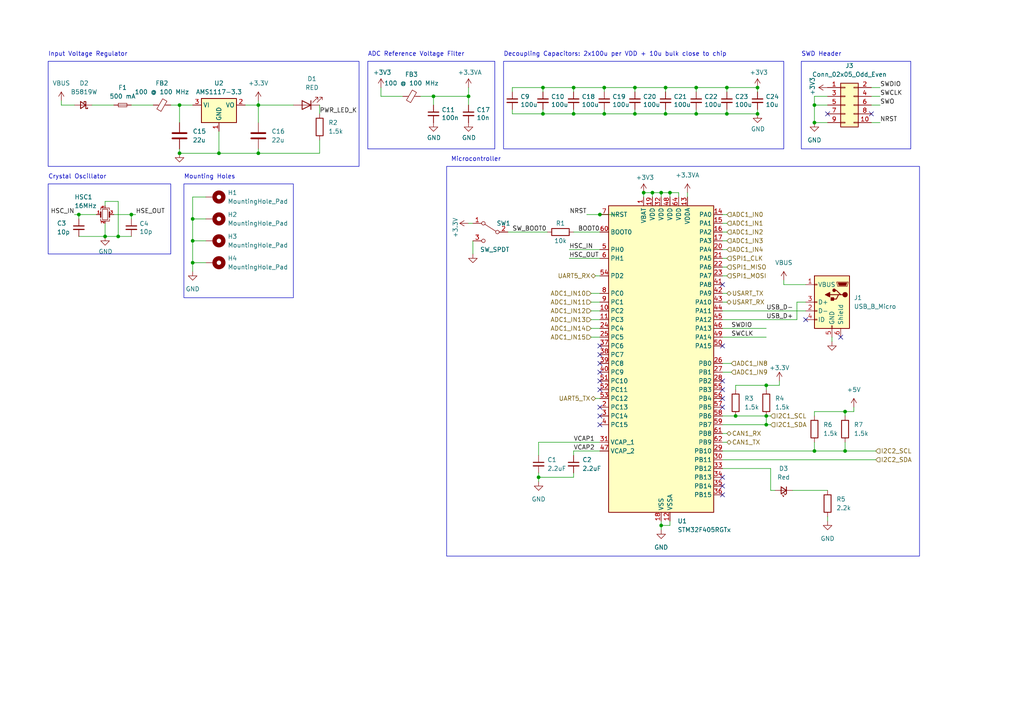
<source format=kicad_sch>
(kicad_sch (version 20230121) (generator eeschema)
  (paper "A4")
  (lib_symbols
    (symbol "Connector:USB_B_Micro" (pin_names (offset 1.016))
      (property "Reference" "J" (at -5.08 11.43 0))
      (property "Value" "USB_B_Micro" (at -5.08 8.89 0))
      (symbol "USB_B_Micro_0_1"
        (rectangle (start -5.08 -7.62) (end 5.08 7.62) (stroke (width 0.254)) (fill (type background)))
        (circle (center -3.81 2.159) (radius 0.635) (stroke (width 0.254)) (fill (type outline)))
        (circle (center -0.635 3.429) (radius 0.381) (stroke (width 0.254)) (fill (type outline)))
        (rectangle (start -0.127 -7.62) (end 0.127 -6.858))
        (polyline (pts (xy -1.905 2.159) (xy 0.635 2.159)) (stroke (width 0.254)))
        (polyline (pts (xy -3.175 2.159) (xy -2.54 2.159) (xy -1.27 3.429) (xy -0.635 3.429)) (stroke (width 0.254)))
        (polyline (pts (xy -2.54 2.159) (xy -1.905 2.159) (xy -1.27 0.889) (xy 0 0.889)) (stroke (width 0.254)))
        (polyline (pts (xy 0.635 2.794) (xy 0.635 1.524) (xy 1.905 2.159) (xy 0.635 2.794)) (stroke (width 0.254)) (fill (type outline)))
        (polyline (pts (xy -4.318 5.588) (xy -1.778 5.588) (xy -2.032 4.826) (xy -4.064 4.826) (xy -4.318 5.588)) (fill (type outline)))
        (polyline (pts (xy -4.699 5.842) (xy -4.699 5.588) (xy -4.445 4.826) (xy -4.445 4.572) (xy -1.651 4.572) (xy -1.651 4.826) (xy -1.397 5.588) (xy -1.397 5.842) (xy -4.699 5.842)))
        (rectangle (start 0.254 1.27) (end -0.508 0.508) (stroke (width 0.254)) (fill (type outline)))
        (rectangle (start 5.08 -5.207) (end 4.318 -4.953))
        (rectangle (start 5.08 -2.667) (end 4.318 -2.413))
        (rectangle (start 5.08 -0.127) (end 4.318 0.127))
        (rectangle (start 5.08 4.953) (end 4.318 5.207))
      )
      (symbol "USB_B_Micro_1_1"
        (pin power_out line (at 7.62 5.08 180) (length 2.54) (name "VBUS") (number "1"))
        (pin bidirectional line (at 7.62 -2.54 180) (length 2.54) (name "D-") (number "2"))
        (pin bidirectional line (at 7.62 0 180) (length 2.54) (name "D+") (number "3"))
        (pin passive line (at 7.62 -5.08 180) (length 2.54) (name "ID") (number "4"))
        (pin power_out line (at 0 -10.16 90) (length 2.54) (name "GND") (number "5"))
        (pin passive line (at -2.54 -10.16 90) (length 2.54) (name "Shield") (number "6"))
      )
    )
    (symbol "Connector_Generic:Conn_02x05_Odd_Even" (pin_names (offset 1.016) hide)
      (property "Reference" "J" (at 1.27 7.62 0))
      (property "Value" "Conn_02x05_Odd_Even" (at 1.27 -7.62 0))
      (symbol "Conn_02x05_Odd_Even_1_1"
        (rectangle (start -1.27 -4.953) (end 0 -5.207) (stroke (width 0.1524)))
        (rectangle (start -1.27 -2.413) (end 0 -2.667) (stroke (width 0.1524)))
        (rectangle (start -1.27 0.127) (end 0 -0.127) (stroke (width 0.1524)))
        (rectangle (start -1.27 2.667) (end 0 2.413) (stroke (width 0.1524)))
        (rectangle (start -1.27 5.207) (end 0 4.953) (stroke (width 0.1524)))
        (rectangle (start -1.27 6.35) (end 3.81 -6.35) (stroke (width 0.254)) (fill (type background)))
        (rectangle (start 3.81 -4.953) (end 2.54 -5.207) (stroke (width 0.1524)))
        (rectangle (start 3.81 -2.413) (end 2.54 -2.667) (stroke (width 0.1524)))
        (rectangle (start 3.81 0.127) (end 2.54 -0.127) (stroke (width 0.1524)))
        (rectangle (start 3.81 2.667) (end 2.54 2.413) (stroke (width 0.1524)))
        (rectangle (start 3.81 5.207) (end 2.54 4.953) (stroke (width 0.1524)))
        (pin passive line (at -5.08 5.08 0) (length 3.81) (name "Pin_1") (number "1"))
        (pin passive line (at 7.62 -5.08 180) (length 3.81) (name "Pin_10") (number "10"))
        (pin passive line (at 7.62 5.08 180) (length 3.81) (name "Pin_2") (number "2"))
        (pin passive line (at -5.08 2.54 0) (length 3.81) (name "Pin_3") (number "3"))
        (pin passive line (at 7.62 2.54 180) (length 3.81) (name "Pin_4") (number "4"))
        (pin passive line (at -5.08 0 0) (length 3.81) (name "Pin_5") (number "5"))
        (pin passive line (at 7.62 0 180) (length 3.81) (name "Pin_6") (number "6"))
        (pin passive line (at -5.08 -2.54 0) (length 3.81) (name "Pin_7") (number "7"))
        (pin passive line (at 7.62 -2.54 180) (length 3.81) (name "Pin_8") (number "8"))
        (pin passive line (at -5.08 -5.08 0) (length 3.81) (name "Pin_9") (number "9"))
      )
    )
    (symbol "Device:C" (pin_numbers hide) (pin_names (offset 0.254))
      (property "Reference" "C" (at 0.635 2.54 0))
      (property "Value" "C" (at 0.635 -2.54 0))
      (symbol "C_0_1"
        (polyline (pts (xy -2.032 -0.762) (xy 2.032 -0.762)) (stroke (width 0.508)))
        (polyline (pts (xy -2.032 0.762) (xy 2.032 0.762)) (stroke (width 0.508)))
      )
      (symbol "C_1_1"
        (pin passive line (at 0 3.81 270) (length 2.794) (name "~") (number "1"))
        (pin passive line (at 0 -3.81 90) (length 2.794) (name "~") (number "2"))
      )
    )
    (symbol "Device:C_Small" (pin_numbers hide) (pin_names (offset 0.254) hide)
      (property "Reference" "C" (at 0.254 1.778 0))
      (property "Value" "C_Small" (at 0.254 -2.032 0))
      (symbol "C_Small_0_1"
        (polyline (pts (xy -1.524 -0.508) (xy 1.524 -0.508)) (stroke (width 0.3302)))
        (polyline (pts (xy -1.524 0.508) (xy 1.524 0.508)) (stroke (width 0.3048)))
      )
      (symbol "C_Small_1_1"
        (pin passive line (at 0 2.54 270) (length 2.032) (name "~") (number "1"))
        (pin passive line (at 0 -2.54 90) (length 2.032) (name "~") (number "2"))
      )
    )
    (symbol "Device:Crystal_GND24_Small" (pin_names (offset 1.016) hide)
      (property "Reference" "Y" (at 1.27 4.445 0))
      (property "Value" "Crystal_GND24_Small" (at 1.27 2.54 0))
      (symbol "Crystal_GND24_Small_0_1"
        (rectangle (start -0.762 -1.524) (end 0.762 1.524))
        (polyline (pts (xy -1.27 -0.762) (xy -1.27 0.762)) (stroke (width 0.381)))
        (polyline (pts (xy 1.27 -0.762) (xy 1.27 0.762)) (stroke (width 0.381)))
        (polyline (pts (xy -1.27 -1.27) (xy -1.27 -1.905) (xy 1.27 -1.905) (xy 1.27 -1.27)))
        (polyline (pts (xy -1.27 1.27) (xy -1.27 1.905) (xy 1.27 1.905) (xy 1.27 1.27)))
      )
      (symbol "Crystal_GND24_Small_1_1"
        (pin passive line (at -2.54 0 0) (length 1.27) (name "1") (number "1"))
        (pin passive line (at 0 -2.54 90) (length 0.635) (name "2") (number "2"))
        (pin passive line (at 2.54 0 180) (length 1.27) (name "3") (number "3"))
        (pin passive line (at 0 2.54 270) (length 0.635) (name "4") (number "4"))
      )
    )
    (symbol "Device:D_Schottky_Small" (pin_numbers hide) (pin_names (offset 0.254) hide)
      (property "Reference" "D" (at -1.27 2.032 0))
      (property "Value" "D_Schottky_Small" (at -7.112 -2.032 0))
      (symbol "D_Schottky_Small_0_1"
        (polyline (pts (xy -0.762 0) (xy 0.762 0)))
        (polyline (pts (xy 0.762 -1.016) (xy -0.762 0) (xy 0.762 1.016) (xy 0.762 -1.016)) (stroke (width 0.254)))
        (polyline (pts (xy -1.27 0.762) (xy -1.27 1.016) (xy -0.762 1.016) (xy -0.762 -1.016) (xy -0.254 -1.016) (xy -0.254 -0.762)) (stroke (width 0.254)))
      )
      (symbol "D_Schottky_Small_1_1"
        (pin passive line (at -2.54 0 0) (length 1.778) (name "K") (number "1"))
        (pin passive line (at 2.54 0 180) (length 1.778) (name "A") (number "2"))
      )
    )
    (symbol "Device:FerriteBead_Small" (pin_numbers hide) (pin_names (offset 0))
      (property "Reference" "FB" (at 1.905 1.27 0))
      (property "Value" "FerriteBead_Small" (at 1.905 -1.27 0))
      (symbol "FerriteBead_Small_0_1"
        (polyline (pts (xy 0 -1.27) (xy 0 -0.7874)))
        (polyline (pts (xy 0 0.889) (xy 0 1.2954)))
        (polyline (pts (xy -1.8288 0.2794) (xy -1.1176 1.4986) (xy 1.8288 -0.2032) (xy 1.1176 -1.4224) (xy -1.8288 0.2794)))
      )
      (symbol "FerriteBead_Small_1_1"
        (pin passive line (at 0 2.54 270) (length 1.27) (name "~") (number "1"))
        (pin passive line (at 0 -2.54 90) (length 1.27) (name "~") (number "2"))
      )
    )
    (symbol "Device:Fuse_Small" (pin_numbers hide) (pin_names (offset 0.254) hide)
      (property "Reference" "F" (at 0 -1.524 0))
      (property "Value" "Fuse_Small" (at 0 1.524 0))
      (symbol "Fuse_Small_0_1"
        (rectangle (start -1.27 0.508) (end 1.27 -0.508))
        (polyline (pts (xy -1.27 0) (xy 1.27 0)))
      )
      (symbol "Fuse_Small_1_1"
        (pin passive line (at -2.54 0 0) (length 1.27) (name "~") (number "1"))
        (pin passive line (at 2.54 0 180) (length 1.27) (name "~") (number "2"))
      )
    )
    (symbol "Device:LED" (pin_numbers hide) (pin_names (offset 1.016) hide)
      (property "Reference" "D" (at 0 2.54 0))
      (property "Value" "LED" (at 0 -2.54 0))
      (symbol "LED_0_1"
        (polyline (pts (xy -1.27 -1.27) (xy -1.27 1.27)) (stroke (width 0.254)))
        (polyline (pts (xy -1.27 0) (xy 1.27 0)))
        (polyline (pts (xy 1.27 -1.27) (xy 1.27 1.27) (xy -1.27 0) (xy 1.27 -1.27)) (stroke (width 0.254)))
        (polyline (pts (xy -3.048 -0.762) (xy -4.572 -2.286) (xy -3.81 -2.286) (xy -4.572 -2.286) (xy -4.572 -1.524)))
        (polyline (pts (xy -1.778 -0.762) (xy -3.302 -2.286) (xy -2.54 -2.286) (xy -3.302 -2.286) (xy -3.302 -1.524)))
      )
      (symbol "LED_1_1"
        (pin passive line (at -3.81 0 0) (length 2.54) (name "K") (number "1"))
        (pin passive line (at 3.81 0 180) (length 2.54) (name "A") (number "2"))
      )
    )
    (symbol "Device:LED_Small" (pin_numbers hide) (pin_names (offset 0.254) hide)
      (property "Reference" "D" (at -1.27 3.175 0))
      (property "Value" "LED_Small" (at -4.445 -2.54 0))
      (symbol "LED_Small_0_1"
        (polyline (pts (xy -0.762 -1.016) (xy -0.762 1.016)) (stroke (width 0.254)))
        (polyline (pts (xy 1.016 0) (xy -0.762 0)))
        (polyline (pts (xy 0.762 -1.016) (xy -0.762 0) (xy 0.762 1.016) (xy 0.762 -1.016)) (stroke (width 0.254)))
        (polyline (pts (xy 0 0.762) (xy -0.508 1.27) (xy -0.254 1.27) (xy -0.508 1.27) (xy -0.508 1.016)))
        (polyline (pts (xy 0.508 1.27) (xy 0 1.778) (xy 0.254 1.778) (xy 0 1.778) (xy 0 1.524)))
      )
      (symbol "LED_Small_1_1"
        (pin passive line (at -2.54 0 0) (length 1.778) (name "K") (number "1"))
        (pin passive line (at 2.54 0 180) (length 1.778) (name "A") (number "2"))
      )
    )
    (symbol "Device:R" (pin_numbers hide) (pin_names (offset 0))
      (property "Reference" "R" (at 2.032 0 90))
      (property "Value" "R" (at 0 0 90))
      (symbol "R_0_1"
        (rectangle (start -1.016 -2.54) (end 1.016 2.54) (stroke (width 0.254)))
      )
      (symbol "R_1_1"
        (pin passive line (at 0 3.81 270) (length 1.27) (name "~") (number "1"))
        (pin passive line (at 0 -3.81 90) (length 1.27) (name "~") (number "2"))
      )
    )
    (symbol "MCU_ST_STM32F4:STM32F405RGTx"
      (property "Reference" "U" (at -15.24 46.99 0))
      (property "Value" "STM32F405RGTx" (at 10.16 46.99 0))
      (symbol "STM32F405RGTx_0_1"
        (rectangle (start -15.24 -43.18) (end 15.24 45.72) (stroke (width 0.254)) (fill (type background)))
      )
      (symbol "STM32F405RGTx_1_1"
        (pin power_in line (at -5.08 48.26 270) (length 2.54) (name "VBAT") (number "1"))
        (pin bidirectional line (at -17.78 15.24 0) (length 2.54) (name "PC2") (number "10"))
        (pin bidirectional line (at -17.78 12.7 0) (length 2.54) (name "PC3") (number "11"))
        (pin power_in line (at 2.54 -45.72 90) (length 2.54) (name "VSSA") (number "12"))
        (pin power_in line (at 7.62 48.26 270) (length 2.54) (name "VDDA") (number "13"))
        (pin bidirectional line (at 17.78 43.18 180) (length 2.54) (name "PA0") (number "14"))
        (pin bidirectional line (at 17.78 40.64 180) (length 2.54) (name "PA1") (number "15"))
        (pin bidirectional line (at 17.78 38.1 180) (length 2.54) (name "PA2") (number "16"))
        (pin bidirectional line (at 17.78 35.56 180) (length 2.54) (name "PA3") (number "17"))
        (pin power_in line (at 0 -45.72 90) (length 2.54) (name "VSS") (number "18"))
        (pin power_in line (at -2.54 48.26 270) (length 2.54) (name "VDD") (number "19"))
        (pin bidirectional line (at -17.78 -12.7 0) (length 2.54) (name "PC13") (number "2"))
        (pin bidirectional line (at 17.78 33.02 180) (length 2.54) (name "PA4") (number "20"))
        (pin bidirectional line (at 17.78 30.48 180) (length 2.54) (name "PA5") (number "21"))
        (pin bidirectional line (at 17.78 27.94 180) (length 2.54) (name "PA6") (number "22"))
        (pin bidirectional line (at 17.78 25.4 180) (length 2.54) (name "PA7") (number "23"))
        (pin bidirectional line (at -17.78 10.16 0) (length 2.54) (name "PC4") (number "24"))
        (pin bidirectional line (at -17.78 7.62 0) (length 2.54) (name "PC5") (number "25"))
        (pin bidirectional line (at 17.78 0 180) (length 2.54) (name "PB0") (number "26"))
        (pin bidirectional line (at 17.78 -2.54 180) (length 2.54) (name "PB1") (number "27"))
        (pin bidirectional line (at 17.78 -5.08 180) (length 2.54) (name "PB2") (number "28"))
        (pin bidirectional line (at 17.78 -25.4 180) (length 2.54) (name "PB10") (number "29"))
        (pin bidirectional line (at -17.78 -15.24 0) (length 2.54) (name "PC14") (number "3"))
        (pin bidirectional line (at 17.78 -27.94 180) (length 2.54) (name "PB11") (number "30"))
        (pin power_out line (at -17.78 -22.86 0) (length 2.54) (name "VCAP_1") (number "31"))
        (pin power_in line (at 0 48.26 270) (length 2.54) (name "VDD") (number "32"))
        (pin bidirectional line (at 17.78 -30.48 180) (length 2.54) (name "PB12") (number "33"))
        (pin bidirectional line (at 17.78 -33.02 180) (length 2.54) (name "PB13") (number "34"))
        (pin bidirectional line (at 17.78 -35.56 180) (length 2.54) (name "PB14") (number "35"))
        (pin bidirectional line (at 17.78 -38.1 180) (length 2.54) (name "PB15") (number "36"))
        (pin bidirectional line (at -17.78 5.08 0) (length 2.54) (name "PC6") (number "37"))
        (pin bidirectional line (at -17.78 2.54 0) (length 2.54) (name "PC7") (number "38"))
        (pin bidirectional line (at -17.78 0 0) (length 2.54) (name "PC8") (number "39"))
        (pin bidirectional line (at -17.78 -17.78 0) (length 2.54) (name "PC15") (number "4"))
        (pin bidirectional line (at -17.78 -2.54 0) (length 2.54) (name "PC9") (number "40"))
        (pin bidirectional line (at 17.78 22.86 180) (length 2.54) (name "PA8") (number "41"))
        (pin bidirectional line (at 17.78 20.32 180) (length 2.54) (name "PA9") (number "42"))
        (pin bidirectional line (at 17.78 17.78 180) (length 2.54) (name "PA10") (number "43"))
        (pin bidirectional line (at 17.78 15.24 180) (length 2.54) (name "PA11") (number "44"))
        (pin bidirectional line (at 17.78 12.7 180) (length 2.54) (name "PA12") (number "45"))
        (pin bidirectional line (at 17.78 10.16 180) (length 2.54) (name "PA13") (number "46"))
        (pin power_out line (at -17.78 -25.4 0) (length 2.54) (name "VCAP_2") (number "47"))
        (pin power_in line (at 2.54 48.26 270) (length 2.54) (name "VDD") (number "48"))
        (pin bidirectional line (at 17.78 7.62 180) (length 2.54) (name "PA14") (number "49"))
        (pin bidirectional line (at -17.78 33.02 0) (length 2.54) (name "PH0") (number "5"))
        (pin bidirectional line (at 17.78 5.08 180) (length 2.54) (name "PA15") (number "50"))
        (pin bidirectional line (at -17.78 -5.08 0) (length 2.54) (name "PC10") (number "51"))
        (pin bidirectional line (at -17.78 -7.62 0) (length 2.54) (name "PC11") (number "52"))
        (pin bidirectional line (at -17.78 -10.16 0) (length 2.54) (name "PC12") (number "53"))
        (pin bidirectional line (at -17.78 25.4 0) (length 2.54) (name "PD2") (number "54"))
        (pin bidirectional line (at 17.78 -7.62 180) (length 2.54) (name "PB3") (number "55"))
        (pin bidirectional line (at 17.78 -10.16 180) (length 2.54) (name "PB4") (number "56"))
        (pin bidirectional line (at 17.78 -12.7 180) (length 2.54) (name "PB5") (number "57"))
        (pin bidirectional line (at 17.78 -15.24 180) (length 2.54) (name "PB6") (number "58"))
        (pin bidirectional line (at 17.78 -17.78 180) (length 2.54) (name "PB7") (number "59"))
        (pin bidirectional line (at -17.78 30.48 0) (length 2.54) (name "PH1") (number "6"))
        (pin input line (at -17.78 38.1 0) (length 2.54) (name "BOOT0") (number "60"))
        (pin bidirectional line (at 17.78 -20.32 180) (length 2.54) (name "PB8") (number "61"))
        (pin bidirectional line (at 17.78 -22.86 180) (length 2.54) (name "PB9") (number "62"))
        (pin passive line (at 0 -45.72 90) (length 2.54) hide (name "VSS") (number "63"))
        (pin power_in line (at 5.08 48.26 270) (length 2.54) (name "VDD") (number "64"))
        (pin input line (at -17.78 43.18 0) (length 2.54) (name "NRST") (number "7"))
        (pin bidirectional line (at -17.78 20.32 0) (length 2.54) (name "PC0") (number "8"))
        (pin bidirectional line (at -17.78 17.78 0) (length 2.54) (name "PC1") (number "9"))
      )
    )
    (symbol "Mechanical:MountingHole_Pad" (pin_numbers hide) (pin_names (offset 1.016) hide)
      (property "Reference" "H" (at 0 6.35 0))
      (property "Value" "MountingHole_Pad" (at 0 4.445 0))
      (symbol "MountingHole_Pad_0_1"
        (circle (center 0 1.27) (radius 1.27) (stroke (width 1.27)))
      )
      (symbol "MountingHole_Pad_1_1"
        (pin input line (at 0 -2.54 90) (length 2.54) (name "1") (number "1"))
      )
    )
    (symbol "Regulator_Linear:AMS1117-3.3"
      (property "Reference" "U" (at -3.81 3.175 0))
      (property "Value" "AMS1117-3.3" (at 0 3.175 0))
      (symbol "AMS1117-3.3_0_1"
        (rectangle (start -5.08 -5.08) (end 5.08 1.905) (stroke (width 0.254)) (fill (type background)))
      )
      (symbol "AMS1117-3.3_1_1"
        (pin power_in line (at 0 -7.62 90) (length 2.54) (name "GND") (number "1"))
        (pin power_out line (at 7.62 0 180) (length 2.54) (name "VO") (number "2"))
        (pin power_in line (at -7.62 0 0) (length 2.54) (name "VI") (number "3"))
      )
    )
    (symbol "Switch:SW_SPDT" (pin_names (offset 0) hide)
      (property "Reference" "SW" (at 0 4.318 0))
      (property "Value" "SW_SPDT" (at 0 -5.08 0))
      (symbol "SW_SPDT_0_0"
        (circle (center -2.032 0) (radius 0.508))
        (circle (center 2.032 -2.54) (radius 0.508))
      )
      (symbol "SW_SPDT_0_1"
        (polyline (pts (xy -1.524 0.254) (xy 1.651 2.286)))
        (circle (center 2.032 2.54) (radius 0.508))
      )
      (symbol "SW_SPDT_1_1"
        (pin passive line (at 5.08 2.54 180) (length 2.54) (name "A") (number "1"))
        (pin passive line (at -5.08 0 0) (length 2.54) (name "B") (number "2"))
        (pin passive line (at 5.08 -2.54 180) (length 2.54) (name "C") (number "3"))
      )
    )
    (symbol "power:+3.3V" (power) (pin_names (offset 0))
      (property "Value" "+3.3V" (at 0 3.556 0))
      (symbol "+3.3V_0_1"
        (polyline (pts (xy -0.762 1.27) (xy 0 2.54)))
        (polyline (pts (xy 0 0) (xy 0 2.54)))
        (polyline (pts (xy 0 2.54) (xy 0.762 1.27)))
      )
      (symbol "+3.3V_1_1"
        (pin power_in line (at 0 0 90) (length 0) hide (name "+3.3V") (number "1"))
      )
    )
    (symbol "power:+3.3VA" (power) (pin_names (offset 0))
      (property "Value" "+3.3VA" (at 0 3.556 0))
      (symbol "+3.3VA_0_1"
        (polyline (pts (xy -0.762 1.27) (xy 0 2.54)))
        (polyline (pts (xy 0 0) (xy 0 2.54)))
        (polyline (pts (xy 0 2.54) (xy 0.762 1.27)))
      )
      (symbol "+3.3VA_1_1"
        (pin power_in line (at 0 0 90) (length 0) hide (name "+3.3VA") (number "1"))
      )
    )
    (symbol "power:+3V3" (power) (pin_names (offset 0))
      (property "Value" "+3V3" (at 0 3.556 0))
      (symbol "+3V3_0_1"
        (polyline (pts (xy -0.762 1.27) (xy 0 2.54)))
        (polyline (pts (xy 0 0) (xy 0 2.54)))
        (polyline (pts (xy 0 2.54) (xy 0.762 1.27)))
      )
      (symbol "+3V3_1_1"
        (pin power_in line (at 0 0 90) (length 0) hide (name "+3V3") (number "1"))
      )
    )
    (symbol "power:+5V" (power) (pin_names (offset 0))
      (property "Value" "+5V" (at 0 3.556 0))
      (symbol "+5V_0_1"
        (polyline (pts (xy -0.762 1.27) (xy 0 2.54)))
        (polyline (pts (xy 0 0) (xy 0 2.54)))
        (polyline (pts (xy 0 2.54) (xy 0.762 1.27)))
      )
      (symbol "+5V_1_1"
        (pin power_in line (at 0 0 90) (length 0) hide (name "+5V") (number "1"))
      )
    )
    (symbol "power:GND" (power) (pin_names (offset 0))
      (property "Value" "GND" (at 0 -3.81 0))
      (symbol "GND_0_1"
        (polyline (pts (xy 0 0) (xy 0 -1.27) (xy 1.27 -1.27) (xy 0 -2.54) (xy -1.27 -1.27) (xy 0 -1.27)))
      )
      (symbol "GND_1_1"
        (pin power_in line (at 0 0 270) (length 0) hide (name "GND") (number "1"))
      )
    )
    (symbol "power:VBUS" (power) (pin_names (offset 0))
      (property "Value" "VBUS" (at 0 3.81 0))
      (symbol "VBUS_0_1"
        (polyline (pts (xy -0.762 1.27) (xy 0 2.54)))
        (polyline (pts (xy 0 0) (xy 0 2.54)))
        (polyline (pts (xy 0 2.54) (xy 0.762 1.27)))
      )
      (symbol "VBUS_1_1"
        (pin power_in line (at 0 0 90) (length 0) hide (name "VBUS") (number "1"))
      )
    )
  )
  (junction (at 191.77 152.4))
  (junction (at 193.04 33.02))
  (junction (at 222.25 123.19))
  (junction (at 194.31 55.88))
  (junction (at 52.07 44.45))
  (junction (at 74.93 44.45))
  (junction (at 201.93 33.02))
  (junction (at 219.71 33.02))
  (junction (at 166.37 25.4))
  (junction (at 186.69 55.88))
  (junction (at 157.48 33.02))
  (junction (at 222.25 120.65))
  (junction (at 55.88 76.2))
  (junction (at 30.48 68.58))
  (junction (at 213.36 120.65))
  (junction (at 236.22 30.48))
  (junction (at 184.15 33.02))
  (junction (at 236.22 130.81))
  (junction (at 173.99 62.23))
  (junction (at 222.25 111.76))
  (junction (at 22.86 62.23))
  (junction (at 166.37 33.02))
  (junction (at 34.29 68.58))
  (junction (at 55.88 69.85))
  (junction (at 63.5 44.45))
  (junction (at 245.11 119.38))
  (junction (at 55.88 63.5))
  (junction (at 210.82 25.4))
  (junction (at 38.1 62.23))
  (junction (at 125.73 27.94))
  (junction (at 175.26 25.4))
  (junction (at 135.89 27.94))
  (junction (at 201.93 25.4))
  (junction (at 156.21 138.43))
  (junction (at 184.15 25.4))
  (junction (at 219.71 25.4))
  (junction (at 245.11 130.81))
  (junction (at 210.82 33.02))
  (junction (at 74.93 30.48))
  (junction (at 191.77 55.88))
  (junction (at 189.23 55.88))
  (junction (at 236.22 35.56))
  (junction (at 193.04 25.4))
  (junction (at 175.26 33.02))
  (junction (at 157.48 25.4))
  (junction (at 52.07 30.48))
  (no_connect (at 233.68 92.71))
  (no_connect (at 209.55 115.57))
  (no_connect (at 173.99 123.19))
  (no_connect (at 240.03 33.02))
  (no_connect (at 243.84 97.79))
  (no_connect (at 209.55 82.55))
  (no_connect (at 209.55 100.33))
  (no_connect (at 209.55 110.49))
  (no_connect (at 173.99 102.87))
  (no_connect (at 173.99 120.65))
  (no_connect (at 173.99 113.03))
  (no_connect (at 209.55 143.51))
  (no_connect (at 252.73 33.02))
  (no_connect (at 173.99 100.33))
  (no_connect (at 209.55 113.03))
  (no_connect (at 173.99 110.49))
  (no_connect (at 173.99 107.95))
  (no_connect (at 209.55 140.97))
  (no_connect (at 173.99 105.41))
  (no_connect (at 173.99 118.11))
  (no_connect (at 209.55 118.11))
  (no_connect (at 209.55 138.43))
  (wire (pts (xy 172.72 80.01) (xy 173.99 80.01)))
  (wire (pts (xy 252.73 30.48) (xy 255.27 30.48)))
  (wire (pts (xy 55.88 63.5) (xy 59.69 63.5)))
  (wire (pts (xy 199.39 55.88) (xy 199.39 57.15)))
  (wire (pts (xy 34.29 58.42) (xy 34.29 68.58)))
  (wire (pts (xy 59.69 57.15) (xy 55.88 57.15)))
  (wire (pts (xy 209.55 69.85) (xy 210.82 69.85)))
  (wire (pts (xy 209.55 62.23) (xy 210.82 62.23)))
  (wire (pts (xy 22.86 68.58) (xy 30.48 68.58)))
  (wire (pts (xy 247.65 118.11) (xy 247.65 119.38)))
  (wire (pts (xy 240.03 30.48) (xy 236.22 30.48)))
  (wire (pts (xy 245.11 120.65) (xy 245.11 119.38)))
  (wire (pts (xy 219.71 33.02) (xy 219.71 31.75)))
  (wire (pts (xy 172.72 115.57) (xy 173.99 115.57)))
  (wire (pts (xy 201.93 31.75) (xy 201.93 33.02)))
  (wire (pts (xy 171.45 92.71) (xy 173.99 92.71)))
  (wire (pts (xy 166.37 33.02) (xy 175.26 33.02)))
  (wire (pts (xy 171.45 85.09) (xy 173.99 85.09)))
  (wire (pts (xy 30.48 64.77) (xy 30.48 68.58)))
  (wire (pts (xy 233.68 87.63) (xy 231.14 87.63)))
  (wire (pts (xy 166.37 31.75) (xy 166.37 33.02)))
  (wire (pts (xy 52.07 43.18) (xy 52.07 44.45)))
  (wire (pts (xy 213.36 120.65) (xy 222.25 120.65)))
  (wire (pts (xy 226.06 110.49) (xy 226.06 111.76)))
  (polyline (pts (xy 106.68 43.18) (xy 143.51 43.18)))
  (wire (pts (xy 245.11 128.27) (xy 245.11 130.81)))
  (wire (pts (xy 38.1 30.48) (xy 44.45 30.48)))
  (wire (pts (xy 55.88 57.15) (xy 55.88 63.5)))
  (wire (pts (xy 233.68 82.55) (xy 227.33 82.55)))
  (wire (pts (xy 212.09 105.41) (xy 209.55 105.41)))
  (wire (pts (xy 209.55 123.19) (xy 222.25 123.19)))
  (wire (pts (xy 110.49 27.94) (xy 116.84 27.94)))
  (wire (pts (xy 209.55 107.95) (xy 212.09 107.95)))
  (wire (pts (xy 196.85 55.88) (xy 194.31 55.88)))
  (wire (pts (xy 240.03 27.94) (xy 236.22 27.94)))
  (wire (pts (xy 30.48 58.42) (xy 34.29 58.42)))
  (wire (pts (xy 213.36 111.76) (xy 222.25 111.76)))
  (wire (pts (xy 52.07 30.48) (xy 52.07 35.56)))
  (wire (pts (xy 171.45 87.63) (xy 173.99 87.63)))
  (wire (pts (xy 209.55 72.39) (xy 210.82 72.39)))
  (wire (pts (xy 223.52 135.89) (xy 209.55 135.89)))
  (wire (pts (xy 92.71 30.48) (xy 92.71 33.02)))
  (wire (pts (xy 210.82 26.67) (xy 210.82 25.4)))
  (wire (pts (xy 34.29 68.58) (xy 38.1 68.58)))
  (wire (pts (xy 171.45 90.17) (xy 173.99 90.17)))
  (wire (pts (xy 184.15 33.02) (xy 193.04 33.02)))
  (wire (pts (xy 210.82 25.4) (xy 201.93 25.4)))
  (wire (pts (xy 184.15 26.67) (xy 184.15 25.4)))
  (wire (pts (xy 156.21 137.16) (xy 156.21 138.43)))
  (wire (pts (xy 166.37 26.67) (xy 166.37 25.4)))
  (wire (pts (xy 179.07 62.23) (xy 173.99 62.23)))
  (wire (pts (xy 193.04 33.02) (xy 201.93 33.02)))
  (wire (pts (xy 201.93 26.67) (xy 201.93 25.4)))
  (wire (pts (xy 201.93 25.4) (xy 193.04 25.4)))
  (wire (pts (xy 110.49 25.4) (xy 110.49 27.94)))
  (wire (pts (xy 137.16 69.85) (xy 137.16 73.66)))
  (wire (pts (xy 33.02 62.23) (xy 38.1 62.23)))
  (wire (pts (xy 193.04 31.75) (xy 193.04 33.02)))
  (wire (pts (xy 252.73 27.94) (xy 255.27 27.94)))
  (wire (pts (xy 252.73 25.4) (xy 255.27 25.4)))
  (wire (pts (xy 55.88 76.2) (xy 59.69 76.2)))
  (wire (pts (xy 209.55 128.27) (xy 210.82 128.27)))
  (wire (pts (xy 245.11 119.38) (xy 247.65 119.38)))
  (wire (pts (xy 252.73 35.56) (xy 255.27 35.56)))
  (wire (pts (xy 166.37 130.81) (xy 166.37 132.08)))
  (wire (pts (xy 229.87 142.24) (xy 240.03 142.24)))
  (wire (pts (xy 55.88 69.85) (xy 59.69 69.85)))
  (wire (pts (xy 55.88 30.48) (xy 52.07 30.48)))
  (wire (pts (xy 17.78 30.48) (xy 21.59 30.48)))
  (wire (pts (xy 171.45 95.25) (xy 173.99 95.25)))
  (wire (pts (xy 55.88 63.5) (xy 55.88 69.85)))
  (wire (pts (xy 209.55 74.93) (xy 210.82 74.93)))
  (wire (pts (xy 156.21 138.43) (xy 156.21 139.7)))
  (wire (pts (xy 222.25 123.19) (xy 223.52 123.19)))
  (wire (pts (xy 223.52 142.24) (xy 224.79 142.24)))
  (wire (pts (xy 175.26 31.75) (xy 175.26 33.02)))
  (wire (pts (xy 171.45 97.79) (xy 173.99 97.79)))
  (wire (pts (xy 175.26 25.4) (xy 166.37 25.4)))
  (wire (pts (xy 210.82 33.02) (xy 219.71 33.02)))
  (wire (pts (xy 34.29 68.58) (xy 30.48 68.58)))
  (wire (pts (xy 222.25 120.65) (xy 223.52 120.65)))
  (wire (pts (xy 125.73 30.48) (xy 125.73 27.94)))
  (wire (pts (xy 209.55 95.25) (xy 222.25 95.25)))
  (wire (pts (xy 191.77 55.88) (xy 191.77 57.15)))
  (wire (pts (xy 210.82 31.75) (xy 210.82 33.02)))
  (wire (pts (xy 223.52 142.24) (xy 223.52 135.89)))
  (wire (pts (xy 157.48 31.75) (xy 157.48 33.02)))
  (wire (pts (xy 148.59 33.02) (xy 157.48 33.02)))
  (wire (pts (xy 236.22 119.38) (xy 245.11 119.38)))
  (wire (pts (xy 191.77 55.88) (xy 189.23 55.88)))
  (wire (pts (xy 236.22 30.48) (xy 236.22 35.56)))
  (wire (pts (xy 222.25 111.76) (xy 226.06 111.76)))
  (wire (pts (xy 194.31 55.88) (xy 194.31 57.15)))
  (wire (pts (xy 209.55 120.65) (xy 213.36 120.65)))
  (wire (pts (xy 196.85 57.15) (xy 196.85 55.88)))
  (wire (pts (xy 209.55 92.71) (xy 231.14 92.71)))
  (wire (pts (xy 191.77 152.4) (xy 191.77 153.67)))
  (wire (pts (xy 165.1 72.39) (xy 173.99 72.39)))
  (wire (pts (xy 63.5 44.45) (xy 74.93 44.45)))
  (wire (pts (xy 209.55 125.73) (xy 210.82 125.73)))
  (wire (pts (xy 74.93 30.48) (xy 85.09 30.48)))
  (wire (pts (xy 165.1 74.93) (xy 173.99 74.93)))
  (wire (pts (xy 157.48 33.02) (xy 166.37 33.02)))
  (wire (pts (xy 147.32 67.31) (xy 158.75 67.31)))
  (wire (pts (xy 135.89 64.77) (xy 137.16 64.77)))
  (wire (pts (xy 245.11 130.81) (xy 254 130.81)))
  (wire (pts (xy 227.33 81.28) (xy 227.33 82.55)))
  (polyline (pts (xy 106.68 17.78) (xy 143.51 17.78)))
  (wire (pts (xy 209.55 90.17) (xy 233.68 90.17)))
  (wire (pts (xy 241.3 97.79) (xy 241.3 99.06)))
  (wire (pts (xy 201.93 33.02) (xy 210.82 33.02)))
  (wire (pts (xy 22.86 63.5) (xy 22.86 62.23)))
  (wire (pts (xy 209.55 80.01) (xy 210.82 80.01)))
  (wire (pts (xy 209.55 97.79) (xy 222.25 97.79)))
  (wire (pts (xy 194.31 151.13) (xy 194.31 152.4)))
  (wire (pts (xy 74.93 35.56) (xy 74.93 30.48)))
  (wire (pts (xy 209.55 130.81) (xy 236.22 130.81)))
  (wire (pts (xy 193.04 26.67) (xy 193.04 25.4)))
  (wire (pts (xy 236.22 128.27) (xy 236.22 130.81)))
  (polyline (pts (xy 143.51 43.18) (xy 143.51 17.78)))
  (wire (pts (xy 209.55 77.47) (xy 210.82 77.47)))
  (wire (pts (xy 92.71 44.45) (xy 74.93 44.45)))
  (wire (pts (xy 26.67 30.48) (xy 33.02 30.48)))
  (wire (pts (xy 49.53 30.48) (xy 52.07 30.48)))
  (wire (pts (xy 156.21 128.27) (xy 173.99 128.27)))
  (wire (pts (xy 186.69 57.15) (xy 186.69 55.88)))
  (wire (pts (xy 222.25 113.03) (xy 222.25 111.76)))
  (wire (pts (xy 184.15 25.4) (xy 175.26 25.4)))
  (wire (pts (xy 189.23 55.88) (xy 189.23 57.15)))
  (wire (pts (xy 219.71 26.67) (xy 219.71 25.4)))
  (wire (pts (xy 236.22 130.81) (xy 245.11 130.81)))
  (wire (pts (xy 194.31 55.88) (xy 191.77 55.88)))
  (wire (pts (xy 157.48 26.67) (xy 157.48 25.4)))
  (wire (pts (xy 240.03 149.86) (xy 240.03 151.13)))
  (wire (pts (xy 135.89 27.94) (xy 125.73 27.94)))
  (wire (pts (xy 166.37 138.43) (xy 156.21 138.43)))
  (wire (pts (xy 209.55 64.77) (xy 210.82 64.77)))
  (wire (pts (xy 193.04 25.4) (xy 184.15 25.4)))
  (wire (pts (xy 231.14 87.63) (xy 231.14 92.71)))
  (wire (pts (xy 92.71 40.64) (xy 92.71 44.45)))
  (wire (pts (xy 125.73 27.94) (xy 121.92 27.94)))
  (wire (pts (xy 186.69 55.88) (xy 189.23 55.88)))
  (wire (pts (xy 236.22 35.56) (xy 240.03 35.56)))
  (wire (pts (xy 175.26 26.67) (xy 175.26 25.4)))
  (wire (pts (xy 74.93 30.48) (xy 71.12 30.48)))
  (polyline (pts (xy 106.68 43.18) (xy 106.68 17.78)))
  (wire (pts (xy 55.88 69.85) (xy 55.88 76.2)))
  (wire (pts (xy 209.55 85.09) (xy 210.82 85.09)))
  (wire (pts (xy 148.59 31.75) (xy 148.59 33.02)))
  (wire (pts (xy 213.36 113.03) (xy 213.36 111.76)))
  (wire (pts (xy 209.55 67.31) (xy 210.82 67.31)))
  (wire (pts (xy 236.22 120.65) (xy 236.22 119.38)))
  (wire (pts (xy 21.59 62.23) (xy 22.86 62.23)))
  (wire (pts (xy 194.31 152.4) (xy 191.77 152.4)))
  (wire (pts (xy 191.77 151.13) (xy 191.77 152.4)))
  (wire (pts (xy 175.26 33.02) (xy 184.15 33.02)))
  (wire (pts (xy 209.55 87.63) (xy 210.82 87.63)))
  (wire (pts (xy 209.55 133.35) (xy 254 133.35)))
  (wire (pts (xy 17.78 29.21) (xy 17.78 30.48)))
  (wire (pts (xy 55.88 78.74) (xy 55.88 76.2)))
  (wire (pts (xy 52.07 44.45) (xy 63.5 44.45)))
  (wire (pts (xy 148.59 25.4) (xy 148.59 26.67)))
  (wire (pts (xy 166.37 67.31) (xy 173.99 67.31)))
  (wire (pts (xy 222.25 120.65) (xy 222.25 123.19)))
  (wire (pts (xy 236.22 27.94) (xy 236.22 30.48)))
  (wire (pts (xy 135.89 30.48) (xy 135.89 27.94)))
  (wire (pts (xy 135.89 25.4) (xy 135.89 27.94)))
  (wire (pts (xy 157.48 25.4) (xy 148.59 25.4)))
  (wire (pts (xy 39.37 62.23) (xy 38.1 62.23)))
  (wire (pts (xy 38.1 63.5) (xy 38.1 62.23)))
  (wire (pts (xy 166.37 25.4) (xy 157.48 25.4)))
  (wire (pts (xy 30.48 59.69) (xy 30.48 58.42)))
  (wire (pts (xy 170.18 62.23) (xy 173.99 62.23)))
  (wire (pts (xy 74.93 29.21) (xy 74.93 30.48)))
  (wire (pts (xy 166.37 137.16) (xy 166.37 138.43)))
  (wire (pts (xy 63.5 44.45) (xy 63.5 38.1)))
  (wire (pts (xy 184.15 31.75) (xy 184.15 33.02)))
  (wire (pts (xy 166.37 130.81) (xy 173.99 130.81)))
  (wire (pts (xy 219.71 25.4) (xy 210.82 25.4)))
  (wire (pts (xy 156.21 128.27) (xy 156.21 132.08)))
  (wire (pts (xy 22.86 62.23) (xy 27.94 62.23)))
  (wire (pts (xy 74.93 44.45) (xy 74.93 43.18)))
  (rectangle (start 13.97 53.34) (end 49.53 73.66))
  (rectangle (start 13.97 17.78) (end 104.14 48.26))
  (rectangle (start 232.41 17.78) (end 264.16 43.18))
  (rectangle (start 129.54 48.26) (end 266.7 161.29))
  (rectangle (start 146.05 17.78) (end 227.33 43.18))
  (rectangle (start 53.34 53.34) (end 85.09 86.36))
  (text "SWD Header" (at 232.41 16.51 0) (effects (font (size 1.27 1.27)) (justify left bottom)))
  (text "Mounting Holes\n" (at 53.34 52.07 0) (effects (font (size 1.27 1.27)) (justify left bottom)))
  (text "Decoupling Capacitors: 2x100u per VDD + 10u bulk close to chip" (at 146.05 16.51 0) (effects (font (size 1.27 1.27)) (justify left bottom)))
  (text "Microcontroller\n" (at 130.81 46.99 0) (effects (font (size 1.27 1.27)) (justify left bottom)))
  (text "Crystal Oscillator" (at 13.97 52.07 0) (effects (font (size 1.27 1.27)) (justify left bottom)))
  (text "Input Voltage Regulator" (at 13.97 16.51 0) (effects (font (size 1.27 1.27)) (justify left bottom)))
  (text "ADC Reference Voltage Filter\n" (at 106.68 16.51 0) (effects (font (size 1.27 1.27)) (justify left bottom)))
  (label "NRST" (at 255.27 35.56 0))
  (label "SWDIO" (at 212.09 95.25 0))
  (label "SWCLK" (at 212.09 97.79 0))
  (label "HSC_IN" (at 21.59 62.23 180))
  (label "HSC_OUT" (at 165.1 74.93 0))
  (label "PWR_LED_K" (at 92.71 33.02 0))
  (label "HSC_IN" (at 165.1 72.39 0))
  (label "HSE_OUT" (at 39.37 62.23 0))
  (label "SWDIO" (at 255.27 25.4 0))
  (label "SWCLK" (at 255.27 27.94 0))
  (label "NRST" (at 170.18 62.23 180))
  (label "VCAP2" (at 166.37 130.81 0))
  (label "VCAP1" (at 166.37 128.27 0))
  (label "SW_BOOT0" (at 148.59 67.31 0))
  (label "SWO" (at 255.27 30.48 0))
  (label "USB_D-" (at 222.25 90.17 0))
  (label "USB_D+" (at 222.25 92.71 0))
  (label "BOOT0" (at 167.64 67.31 0))
  (hierarchical_label "ADC1_IN11" (shape input) (at 171.45 87.63 180))
  (hierarchical_label "SPI1_CLK" (shape input) (at 210.82 74.93 0))
  (hierarchical_label "USART_RX" (shape bidirectional) (at 210.82 87.63 0))
  (hierarchical_label "ADC1_IN15" (shape input) (at 171.45 97.79 180))
  (hierarchical_label "SPI1_MISO" (shape input) (at 210.82 77.47 0))
  (hierarchical_label "ADC1_IN0" (shape input) (at 210.82 62.23 0))
  (hierarchical_label "ADC1_IN8" (shape input) (at 212.09 105.41 0))
  (hierarchical_label "UART5_TX" (shape bidirectional) (at 172.72 115.57 180))
  (hierarchical_label "I2C2_SCL" (shape input) (at 254 130.81 0))
  (hierarchical_label "ADC1_IN1" (shape input) (at 210.82 64.77 0))
  (hierarchical_label "I2C1_SDA" (shape input) (at 223.52 123.19 0))
  (hierarchical_label "ADC1_IN12" (shape input) (at 171.45 90.17 180))
  (hierarchical_label "ADC1_IN13" (shape input) (at 171.45 92.71 180))
  (hierarchical_label "CAN1_TX" (shape bidirectional) (at 210.82 128.27 0))
  (hierarchical_label "USART_TX" (shape bidirectional) (at 210.82 85.09 0))
  (hierarchical_label "ADC1_IN9" (shape input) (at 212.09 107.95 0))
  (hierarchical_label "CAN1_RX" (shape bidirectional) (at 210.82 125.73 0))
  (hierarchical_label "ADC1_IN10" (shape input) (at 171.45 85.09 180))
  (hierarchical_label "ADC1_IN4" (shape input) (at 210.82 72.39 0))
  (hierarchical_label "I2C1_SCL" (shape input) (at 223.52 120.65 0))
  (hierarchical_label "UART5_RX" (shape bidirectional) (at 172.72 80.01 180))
  (hierarchical_label "ADC1_IN2" (shape input) (at 210.82 67.31 0))
  (hierarchical_label "ADC1_IN14" (shape input) (at 171.45 95.25 180))
  (hierarchical_label "SPI1_MOSI" (shape input) (at 210.82 80.01 0))
  (hierarchical_label "ADC1_IN3" (shape input) (at 210.82 69.85 0))
  (hierarchical_label "I2C2_SDA" (shape input) (at 254 133.35 0))
  (symbol (lib_id "Device:C_Small") (at 175.26 29.21 0) (unit 1)
    (property "Reference" "C19" (at 177.5968 28.0416 0) (effects (justify left)))
    (property "Value" "100u" (at 177.5968 30.353 0) (effects (justify left)))
    (property "Footprint" "Capacitor_SMD:C_0402_1005Metric" (effects hide))
  )
  (symbol (lib_id "Device:C_Small") (at 38.1 66.04 0) (unit 1)
    (property "Reference" "C4" (at 40.4368 64.8716 0) (effects (justify left)))
    (property "Value" "10p" (at 40.4368 67.183 0) (effects (justify left)))
    (property "Footprint" "Capacitor_SMD:C_0402_1005Metric" (effects hide))
  )
  (symbol (lib_id "power:GND") (at 219.71 33.02 0) (unit 1)
    (property "Reference" "#PWR07" (effects hide))
    (property "Value" "GND" (at 219.837 37.4142 0))
  )
  (symbol (lib_id "Device:LED") (at 88.9 30.48 180) (unit 1)
    (property "Reference" "D1" (at 90.4875 22.86 0))
    (property "Value" "RED" (at 90.4875 25.4 0))
  )
  (symbol (lib_id "power:+5V") (at 247.65 118.11 0) (unit 1)
    (property "Reference" "#PWR015" (effects hide))
    (property "Value" "+5V" (at 247.65 113.03 0))
  )
  (symbol (lib_id "Device:FerriteBead_Small") (at 46.99 30.48 90) (unit 1)
    (property "Reference" "FB2" (at 46.9519 24.13 90))
    (property "Value" "100 @ 100 MHz" (at 46.9519 26.67 90))
  )
  (symbol (lib_id "Device:C") (at 52.07 39.37 0) (unit 1)
    (property "Reference" "C15" (at 55.88 38.1 0) (effects (justify left)))
    (property "Value" "22u" (at 55.88 40.64 0) (effects (justify left)))
  )
  (symbol (lib_id "power:+3.3V") (at 135.89 64.77 90) (unit 1)
    (property "Reference" "#PWR011" (effects hide))
    (property "Value" "+3.3V" (at 132.08 66.04 0))
  )
  (symbol (lib_id "power:+3V3") (at 219.71 25.4 0) (unit 1)
    (property "Reference" "#PWR06" (effects hide))
    (property "Value" "+3V3" (at 220.091 21.0058 0))
  )
  (symbol (lib_id "power:+3V3") (at 240.03 25.4 90) (unit 1)
    (property "Reference" "#PWR04" (effects hide))
    (property "Value" "+3V3" (at 235.6358 25.019 0))
  )
  (symbol (lib_id "power:GND") (at 135.89 35.56 0) (unit 1)
    (property "Reference" "#PWR025" (effects hide))
    (property "Value" "GND" (at 136.017 39.9542 0))
  )
  (symbol (lib_id "Device:FerriteBead_Small") (at 119.38 27.94 90) (unit 1)
    (property "Reference" "FB3" (at 119.3419 21.59 90))
    (property "Value" "100 @ 100 MHz" (at 119.3419 24.13 90))
  )
  (symbol (lib_id "power:+3.3VA") (at 135.89 25.4 0) (unit 1)
    (property "Reference" "#PWR024" (effects hide))
    (property "Value" "+3.3VA" (at 136.271 21.0058 0))
  )
  (symbol (lib_id "power:GND") (at 156.21 139.7 0) (unit 1)
    (property "Reference" "#PWR01" (effects hide))
    (property "Value" "GND" (at 156.21 144.78 0))
  )
  (symbol (lib_id "Device:R") (at 92.71 36.83 0) (unit 1)
    (property "Reference" "R2" (at 95.25 35.56 0) (effects (justify left)))
    (property "Value" "1.5k" (at 95.25 38.1 0) (effects (justify left)))
  )
  (symbol (lib_id "Device:R") (at 222.25 116.84 0) (unit 1)
    (property "Reference" "R4" (at 224.79 115.57 0) (effects (justify left)))
    (property "Value" "1.5k" (at 224.79 118.11 0) (effects (justify left)))
  )
  (symbol (lib_id "Connector:USB_B_Micro") (at 241.3 87.63 0) (mirror y) (unit 1)
    (property "Reference" "J1" (at 247.65 86.36 0) (effects (justify right)))
    (property "Value" "USB_B_Micro" (at 247.65 88.9 0) (effects (justify right)))
  )
  (symbol (lib_id "power:GND") (at 30.48 68.58 0) (unit 1)
    (property "Reference" "#PWR020" (effects hide))
    (property "Value" "GND" (at 30.607 72.9742 0))
  )
  (symbol (lib_id "Device:Fuse_Small") (at 35.56 30.48 0) (unit 1)
    (property "Reference" "F1" (at 35.56 25.4 0))
    (property "Value" "500 mA" (at 35.56 27.94 0))
  )
  (symbol (lib_id "Device:R") (at 236.22 124.46 0) (unit 1)
    (property "Reference" "R6" (at 238.76 123.19 0) (effects (justify left)))
    (property "Value" "1.5k" (at 238.76 125.73 0) (effects (justify left)))
  )
  (symbol (lib_id "Device:C_Small") (at 166.37 134.62 0) (unit 1)
    (property "Reference" "C2" (at 168.91 133.3563 0) (effects (justify left)))
    (property "Value" "2.2uF" (at 168.91 135.8963 0) (effects (justify left)))
  )
  (symbol (lib_id "Mechanical:MountingHole_Pad") (at 62.23 63.5 270) (unit 1)
    (property "Reference" "H2" (at 66.04 62.23 90) (effects (justify left)))
    (property "Value" "MountingHole_Pad" (at 66.04 64.77 90) (effects (justify left)))
  )
  (symbol (lib_id "Device:C_Small") (at 166.37 29.21 0) (unit 1)
    (property "Reference" "C18" (at 168.7068 28.0416 0) (effects (justify left)))
    (property "Value" "100u" (at 168.7068 30.353 0) (effects (justify left)))
    (property "Footprint" "Capacitor_SMD:C_0402_1005Metric" (effects hide))
  )
  (symbol (lib_id "Device:C_Small") (at 157.48 29.21 0) (unit 1)
    (property "Reference" "C10" (at 159.8168 28.0416 0) (effects (justify left)))
    (property "Value" "100u" (at 159.8168 30.353 0) (effects (justify left)))
    (property "Footprint" "Capacitor_SMD:C_0402_1005Metric" (effects hide))
  )
  (symbol (lib_id "Device:C_Small") (at 193.04 29.21 0) (unit 1)
    (property "Reference" "C21" (at 195.3768 28.0416 0) (effects (justify left)))
    (property "Value" "100u" (at 195.3768 30.353 0) (effects (justify left)))
    (property "Footprint" "Capacitor_SMD:C_0402_1005Metric" (effects hide))
  )
  (symbol (lib_id "Device:C_Small") (at 219.71 29.21 0) (unit 1)
    (property "Reference" "C24" (at 222.0468 28.0416 0) (effects (justify left)))
    (property "Value" "10u" (at 222.0468 30.353 0) (effects (justify left)))
    (property "Footprint" "Capacitor_SMD:C_0603_1608Metric" (effects hide))
  )
  (symbol (lib_id "Regulator_Linear:AMS1117-3.3") (at 63.5 30.48 0) (unit 1)
    (property "Reference" "U2" (at 63.5 24.13 0))
    (property "Value" "AMS1117-3.3" (at 63.5 26.67 0))
    (property "Footprint" "Package_TO_SOT_SMD:SOT-223-3_TabPin2" (effects hide))
    (property "Datasheet" "http://www.advanced-monolithic.com/pdf/ds1117.pdf" (effects hide))
  )
  (symbol (lib_id "Device:Crystal_GND24_Small") (at 30.48 62.23 0) (unit 1)
    (property "Reference" "HSC1" (at 21.59 57.15 0) (effects (justify left)))
    (property "Value" "16MHz" (at 21.59 59.69 0) (effects (justify left)))
    (property "Footprint" "Crystal:Crystal_SMD_3225-4Pin_3.2x2.5mm" (effects hide))
    (property "JLCPCB Part" "C160456" (effects hide))
  )
  (symbol (lib_id "Mechanical:MountingHole_Pad") (at 62.23 57.15 270) (unit 1)
    (property "Reference" "H1" (at 66.04 55.88 90) (effects (justify left)))
    (property "Value" "MountingHole_Pad" (at 66.04 58.42 90) (effects (justify left)))
  )
  (symbol (lib_id "power:+3.3V") (at 74.93 29.21 0) (unit 1)
    (property "Reference" "#PWR019" (effects hide))
    (property "Value" "+3.3V" (at 74.93 24.13 0))
  )
  (symbol (lib_id "Device:R") (at 245.11 124.46 0) (unit 1)
    (property "Reference" "R7" (at 247.65 123.19 0) (effects (justify left)))
    (property "Value" "1.5k" (at 247.65 125.73 0) (effects (justify left)))
  )
  (symbol (lib_id "Device:C_Small") (at 201.93 29.21 0) (unit 1)
    (property "Reference" "C22" (at 204.2668 28.0416 0) (effects (justify left)))
    (property "Value" "100u" (at 204.2668 30.353 0) (effects (justify left)))
    (property "Footprint" "Capacitor_SMD:C_0402_1005Metric" (effects hide))
  )
  (symbol (lib_id "Mechanical:MountingHole_Pad") (at 62.23 76.2 270) (unit 1)
    (property "Reference" "H4" (at 66.04 74.93 90) (effects (justify left)))
    (property "Value" "MountingHole_Pad" (at 66.04 77.47 90) (effects (justify left)))
  )
  (symbol (lib_id "Device:C_Small") (at 184.15 29.21 0) (unit 1)
    (property "Reference" "C20" (at 186.4868 28.0416 0) (effects (justify left)))
    (property "Value" "100u" (at 186.4868 30.353 0) (effects (justify left)))
    (property "Footprint" "Capacitor_SMD:C_0402_1005Metric" (effects hide))
  )
  (symbol (lib_id "power:VBUS") (at 227.33 81.28 0) (unit 1)
    (property "Reference" "#PWR014" (effects hide))
    (property "Value" "VBUS" (at 227.33 76.2 0))
  )
  (symbol (lib_id "Device:C_Small") (at 22.86 66.04 0) (unit 1)
    (property "Reference" "C3" (at 16.51 64.77 0) (effects (justify left)))
    (property "Value" "10p" (at 16.51 67.31 0) (effects (justify left)))
    (property "Footprint" "Capacitor_SMD:C_0402_1005Metric" (effects hide))
  )
  (symbol (lib_id "Device:LED_Small") (at 227.33 142.24 180) (unit 1)
    (property "Reference" "D3" (at 227.2665 135.89 0))
    (property "Value" "Red" (at 227.2665 138.43 0))
  )
  (symbol (lib_id "power:+3.3V") (at 226.06 110.49 0) (unit 1)
    (property "Reference" "#PWR021" (effects hide))
    (property "Value" "+3.3V" (at 226.06 106.68 0))
  )
  (symbol (lib_id "power:GND") (at 236.22 35.56 0) (unit 1)
    (property "Reference" "#PWR08" (effects hide))
    (property "Value" "GND" (at 236.22 40.64 0))
  )
  (symbol (lib_id "Device:R") (at 213.36 116.84 0) (unit 1)
    (property "Reference" "R3" (at 215.9 115.57 0) (effects (justify left)))
    (property "Value" "1.5k" (at 215.9 118.11 0) (effects (justify left)))
  )
  (symbol (lib_id "MCU_ST_STM32F4:STM32F405RGTx") (at 191.77 105.41 0) (unit 1)
    (property "Reference" "U1" (at 196.5041 151.13 0) (effects (justify left)))
    (property "Value" "STM32F405RGTx" (at 196.5041 153.67 0) (effects (justify left)))
    (property "Footprint" "Package_QFP:LQFP-64_10x10mm_P0.5mm" (effects hide))
    (property "Datasheet" "https://www.st.com/resource/en/datasheet/stm32f405rg.pdf" (effects hide))
  )
  (symbol (lib_id "power:GND") (at 137.16 73.66 0) (unit 1)
    (property "Reference" "#PWR010" (effects hide))
    (property "Value" "GND" (effects hide))
  )
  (symbol (lib_id "Device:C_Small") (at 135.89 33.02 0) (unit 1)
    (property "Reference" "C17" (at 138.2268 31.8516 0) (effects (justify left)))
    (property "Value" "10n" (at 138.2268 34.163 0) (effects (justify left)))
    (property "Footprint" "Capacitor_SMD:C_0402_1005Metric" (effects hide))
  )
  (symbol (lib_id "Device:C_Small") (at 125.73 33.02 0) (unit 1)
    (property "Reference" "C11" (at 128.0668 31.8516 0) (effects (justify left)))
    (property "Value" "100n" (at 128.0668 34.163 0) (effects (justify left)))
    (property "Footprint" "Capacitor_SMD:C_0402_1005Metric" (effects hide))
  )
  (symbol (lib_id "power:GND") (at 125.73 35.56 0) (unit 1)
    (property "Reference" "#PWR023" (effects hide))
    (property "Value" "GND" (at 125.857 39.9542 0))
  )
  (symbol (lib_id "Mechanical:MountingHole_Pad") (at 62.23 69.85 270) (unit 1)
    (property "Reference" "H3" (at 66.04 68.58 90) (effects (justify left)))
    (property "Value" "MountingHole_Pad" (at 66.04 71.12 90) (effects (justify left)))
  )
  (symbol (lib_id "power:GND") (at 191.77 153.67 0) (unit 1)
    (property "Reference" "#PWR03" (effects hide))
    (property "Value" "GND" (at 191.77 158.75 0))
  )
  (symbol (lib_id "power:+3V3") (at 110.49 25.4 0) (unit 1)
    (property "Reference" "#PWR022" (effects hide))
    (property "Value" "+3V3" (at 110.871 21.0058 0))
  )
  (symbol (lib_id "power:+3.3VA") (at 199.39 55.88 0) (unit 1)
    (property "Reference" "#PWR05" (effects hide))
    (property "Value" "+3.3VA" (at 199.39 50.8 0))
  )
  (symbol (lib_id "power:GND") (at 55.88 78.74 0) (unit 1)
    (property "Reference" "#PWR016" (effects hide))
    (property "Value" "GND" (at 55.88 83.82 0))
  )
  (symbol (lib_id "power:GND") (at 241.3 99.06 0) (unit 1)
    (property "Reference" "#PWR013" (effects hide))
    (property "Value" "GND" (effects hide))
  )
  (symbol (lib_id "power:GND") (at 52.07 44.45 0) (unit 1)
    (property "Reference" "#PWR017" (effects hide))
    (property "Value" "GND" (effects hide))
  )
  (symbol (lib_id "Device:C_Small") (at 148.59 29.21 0) (unit 1)
    (property "Reference" "C9" (at 150.9268 28.0416 0) (effects (justify left)))
    (property "Value" "100u" (at 150.9268 30.353 0) (effects (justify left)))
    (property "Footprint" "Capacitor_SMD:C_0402_1005Metric" (effects hide))
  )
  (symbol (lib_id "Device:C") (at 74.93 39.37 0) (unit 1)
    (property "Reference" "C16" (at 78.74 38.1 0) (effects (justify left)))
    (property "Value" "22u" (at 78.74 40.64 0) (effects (justify left)))
  )
  (symbol (lib_id "Switch:SW_SPDT") (at 142.24 67.31 0) (mirror y) (unit 1)
    (property "Reference" "SW1" (at 146.05 64.77 0))
    (property "Value" "SW_SPDT" (at 143.51 72.39 0))
  )
  (symbol (lib_id "Device:R") (at 162.56 67.31 90) (unit 1)
    (property "Reference" "R1" (at 162.56 64.77 90))
    (property "Value" "10k" (at 162.56 69.85 90))
  )
  (symbol (lib_id "Connector_Generic:Conn_02x05_Odd_Even") (at 245.11 30.48 0) (unit 1)
    (property "Reference" "J3" (at 246.38 19.05 0))
    (property "Value" "Conn_02x05_Odd_Even" (at 246.38 21.59 0))
  )
  (symbol (lib_id "Device:D_Schottky_Small") (at 24.13 30.48 180) (unit 1)
    (property "Reference" "D2" (at 24.384 24.13 0))
    (property "Value" "B5819W" (at 24.384 26.67 0))
  )
  (symbol (lib_id "Device:C_Small") (at 156.21 134.62 0) (unit 1)
    (property "Reference" "C1" (at 158.75 133.3563 0) (effects (justify left)))
    (property "Value" "2.2uF" (at 158.75 135.8963 0) (effects (justify left)))
  )
  (symbol (lib_id "Device:C_Small") (at 210.82 29.21 0) (unit 1)
    (property "Reference" "C23" (at 213.1568 28.0416 0) (effects (justify left)))
    (property "Value" "100u" (at 213.1568 30.353 0) (effects (justify left)))
    (property "Footprint" "Capacitor_SMD:C_0402_1005Metric" (effects hide))
  )
  (symbol (lib_id "power:VBUS") (at 17.78 29.21 0) (unit 1)
    (property "Reference" "#PWR018" (effects hide))
    (property "Value" "VBUS" (at 17.78 24.13 0))
  )
  (symbol (lib_id "Device:R") (at 240.03 146.05 0) (unit 1)
    (property "Reference" "R5" (at 242.57 144.78 0) (effects (justify left)))
    (property "Value" "2.2k" (at 242.57 147.32 0) (effects (justify left)))
  )
  (symbol (lib_id "power:GND") (at 240.03 151.13 0) (unit 1)
    (property "Reference" "#PWR09" (effects hide))
    (property "Value" "GND" (at 240.03 156.21 0))
  )
  (symbol (lib_id "power:+3V3") (at 186.69 55.88 0) (unit 1)
    (property "Reference" "#PWR02" (effects hide))
    (property "Value" "+3V3" (at 187.071 51.4858 0))
  )
)
</source>
